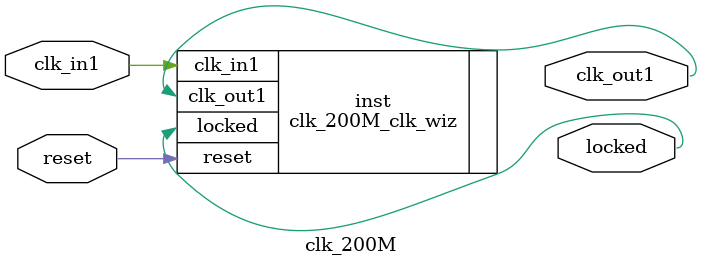
<source format=v>


`timescale 1ps/1ps

(* CORE_GENERATION_INFO = "clk_200M,clk_wiz_v6_0_5_0_0,{component_name=clk_200M,use_phase_alignment=true,use_min_o_jitter=false,use_max_i_jitter=false,use_dyn_phase_shift=false,use_inclk_switchover=false,use_dyn_reconfig=false,enable_axi=0,feedback_source=FDBK_AUTO,PRIMITIVE=MMCM,num_out_clk=1,clkin1_period=20.000,clkin2_period=10.0,use_power_down=false,use_reset=true,use_locked=true,use_inclk_stopped=false,feedback_type=SINGLE,CLOCK_MGR_TYPE=NA,manual_override=false}" *)

module clk_200M 
 (
  // Clock out ports
  output        clk_out1,
  // Status and control signals
  input         reset,
  output        locked,
 // Clock in ports
  input         clk_in1
 );

  clk_200M_clk_wiz inst
  (
  // Clock out ports  
  .clk_out1(clk_out1),
  // Status and control signals               
  .reset(reset), 
  .locked(locked),
 // Clock in ports
  .clk_in1(clk_in1)
  );

endmodule

</source>
